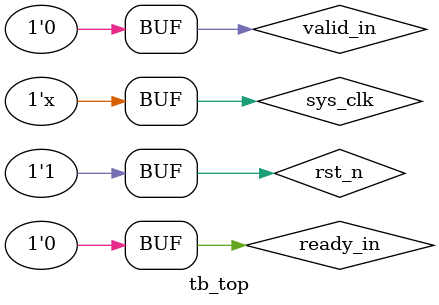
<source format=v>
`timescale 1ns/1ns
module tb_top();

reg sys_clk;
reg rst_n;
reg valid_in;
reg ready_in;
wire [2:0] result;



always #10 sys_clk = ~sys_clk; //生成50MHZ 20ns的时钟信号


initial begin
    sys_clk = 1'b1;
    rst_n <= 1'b0;
    #20
    rst_n <= 1'b1; 
end

initial begin
    valid_in <= 1'b0;
    #40
    valid_in <= 1'b1;
    #120
    valid_in <= 1'b0;
end

initial begin
    ready_in <= 1'b0;
    #80
    ready_in <= 1'b1;
    #20
    ready_in <= 1'b0;
    #40
    ready_in <= 1'b1;
    #20
    ready_in <= 1'b0;
    #40
    ready_in <= 1'b1;
    #20
    ready_in <= 1'b0;    
end


top inst_top
(
    .sys_clk (sys_clk),
    .rst_n   (rst_n),
    .valid_in(valid_in),
    .ready_in(ready_in),

    .result  (result)
);

endmodule






</source>
